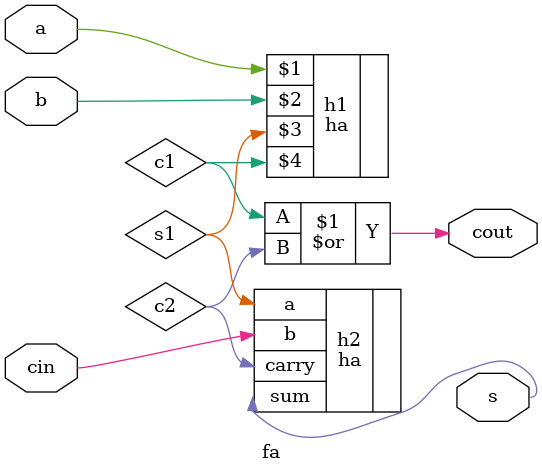
<source format=v>
`include "ha.v"

module fa(a, b, cin, s, cout);
    input a, b, cin;
    output s, cout;

    // 내부 신호선 s1, c1, c2 선언
    wire s1, c1;    // h1의 출력
    wire c2;        // h2의 출력

    ha h1(a, b, s1, c1);                        // 입력 a와 b의 덧셈
    ha h2(.a(s1), .b(cin), .sum(s), .carry(c2)); // a+b와 cin(input carry)의 덧셈, s는 최종 출력될 sum
    assign cout = c1 | c2;                      // cout은 최종 출력될 carry
endmodule
</source>
